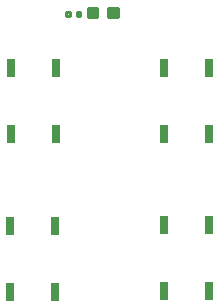
<source format=gbr>
G04 EAGLE Gerber RS-274X export*
G75*
%MOMM*%
%FSLAX34Y34*%
%LPD*%
%INSolderpaste Bottom*%
%IPPOS*%
%AMOC8*
5,1,8,0,0,1.08239X$1,22.5*%
G01*
%ADD10R,0.762000X1.524000*%
%ADD11C,0.270000*%
%ADD12C,0.300000*%


D10*
X64942Y304939D03*
X64942Y249059D03*
X103042Y304939D03*
X103042Y249059D03*
X232416Y249068D03*
X232416Y304948D03*
X194316Y249068D03*
X194316Y304948D03*
X63942Y171190D03*
X63942Y115310D03*
X102042Y171190D03*
X102042Y115310D03*
X194196Y171518D03*
X194196Y115638D03*
X232296Y171518D03*
X232296Y115638D03*
D11*
X123258Y352398D02*
X120558Y352398D01*
X123258Y352398D02*
X123258Y349098D01*
X120558Y349098D01*
X120558Y352398D01*
X120558Y351663D02*
X123258Y351663D01*
X114618Y352398D02*
X111918Y352398D01*
X114618Y352398D02*
X114618Y349098D01*
X111918Y349098D01*
X111918Y352398D01*
X111918Y351663D02*
X114618Y351663D01*
D12*
X155366Y354756D02*
X155366Y347756D01*
X148366Y347756D01*
X148366Y354756D01*
X155366Y354756D01*
X155366Y350606D02*
X148366Y350606D01*
X148366Y353456D02*
X155366Y353456D01*
X137826Y354756D02*
X137826Y347756D01*
X130826Y347756D01*
X130826Y354756D01*
X137826Y354756D01*
X137826Y350606D02*
X130826Y350606D01*
X130826Y353456D02*
X137826Y353456D01*
M02*

</source>
